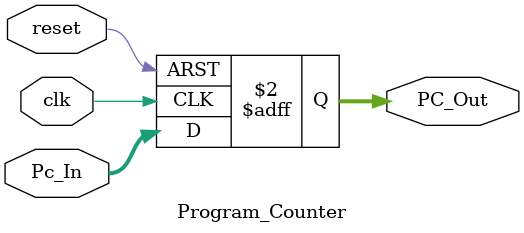
<source format=v>
module Program_Counter(
input clk, reset,
input [63:0] Pc_In,
output reg [63:0] PC_Out
);

always @(posedge clk or posedge reset)
begin
	if (reset)
		PC_Out<=0;
	else
		PC_Out<=Pc_In;

		
end
endmodule
</source>
